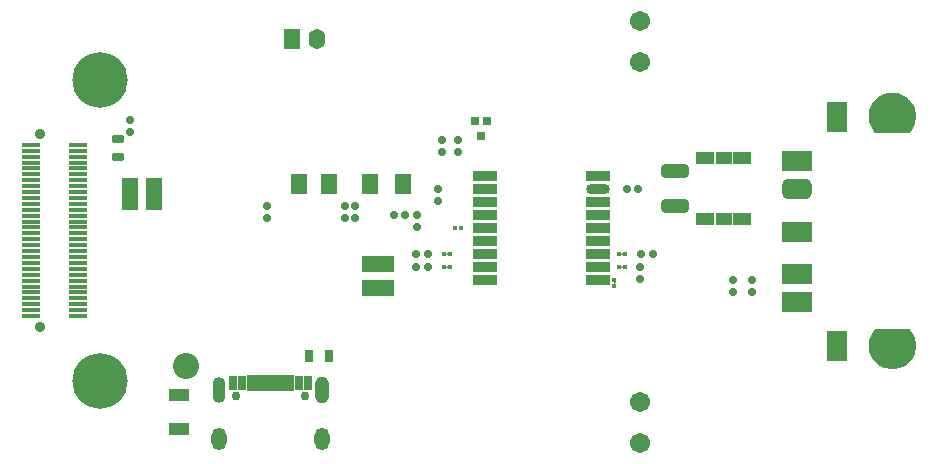
<source format=gbs>
G04*
G04 #@! TF.GenerationSoftware,Altium Limited,Altium Designer,22.2.1 (43)*
G04*
G04 Layer_Color=16711935*
%FSLAX44Y44*%
%MOMM*%
G71*
G04*
G04 #@! TF.SameCoordinates,32B94617-2C73-494B-87D1-3967A9C4A560*
G04*
G04*
G04 #@! TF.FilePolarity,Negative*
G04*
G01*
G75*
%ADD32C,0.2032*%
G04:AMPARAMS|DCode=33|XSize=0.7mm|YSize=0.6mm|CornerRadius=0.15mm|HoleSize=0mm|Usage=FLASHONLY|Rotation=0.000|XOffset=0mm|YOffset=0mm|HoleType=Round|Shape=RoundedRectangle|*
%AMROUNDEDRECTD33*
21,1,0.7000,0.3000,0,0,0.0*
21,1,0.4000,0.6000,0,0,0.0*
1,1,0.3000,0.2000,-0.1500*
1,1,0.3000,-0.2000,-0.1500*
1,1,0.3000,-0.2000,0.1500*
1,1,0.3000,0.2000,0.1500*
%
%ADD33ROUNDEDRECTD33*%
G04:AMPARAMS|DCode=36|XSize=0.7mm|YSize=0.6mm|CornerRadius=0.15mm|HoleSize=0mm|Usage=FLASHONLY|Rotation=90.000|XOffset=0mm|YOffset=0mm|HoleType=Round|Shape=RoundedRectangle|*
%AMROUNDEDRECTD36*
21,1,0.7000,0.3000,0,0,90.0*
21,1,0.4000,0.6000,0,0,90.0*
1,1,0.3000,0.1500,0.2000*
1,1,0.3000,0.1500,-0.2000*
1,1,0.3000,-0.1500,-0.2000*
1,1,0.3000,-0.1500,0.2000*
%
%ADD36ROUNDEDRECTD36*%
G04:AMPARAMS|DCode=38|XSize=0.4064mm|YSize=0.4064mm|CornerRadius=0.108mm|HoleSize=0mm|Usage=FLASHONLY|Rotation=180.000|XOffset=0mm|YOffset=0mm|HoleType=Round|Shape=RoundedRectangle|*
%AMROUNDEDRECTD38*
21,1,0.4064,0.1905,0,0,180.0*
21,1,0.1905,0.4064,0,0,180.0*
1,1,0.2159,-0.0953,0.0953*
1,1,0.2159,0.0953,0.0953*
1,1,0.2159,0.0953,-0.0953*
1,1,0.2159,-0.0953,-0.0953*
%
%ADD38ROUNDEDRECTD38*%
G04:AMPARAMS|DCode=39|XSize=1mm|YSize=0.7mm|CornerRadius=0.17mm|HoleSize=0mm|Usage=FLASHONLY|Rotation=180.000|XOffset=0mm|YOffset=0mm|HoleType=Round|Shape=RoundedRectangle|*
%AMROUNDEDRECTD39*
21,1,1.0000,0.3600,0,0,180.0*
21,1,0.6600,0.7000,0,0,180.0*
1,1,0.3400,-0.3300,0.1800*
1,1,0.3400,0.3300,0.1800*
1,1,0.3400,0.3300,-0.1800*
1,1,0.3400,-0.3300,-0.1800*
%
%ADD39ROUNDEDRECTD39*%
%ADD41R,0.7033X0.8032*%
G04:AMPARAMS|DCode=47|XSize=0.4064mm|YSize=0.4064mm|CornerRadius=0.108mm|HoleSize=0mm|Usage=FLASHONLY|Rotation=270.000|XOffset=0mm|YOffset=0mm|HoleType=Round|Shape=RoundedRectangle|*
%AMROUNDEDRECTD47*
21,1,0.4064,0.1905,0,0,270.0*
21,1,0.1905,0.4064,0,0,270.0*
1,1,0.2159,-0.0953,-0.0953*
1,1,0.2159,-0.0953,0.0953*
1,1,0.2159,0.0953,0.0953*
1,1,0.2159,0.0953,-0.0953*
%
%ADD47ROUNDEDRECTD47*%
%ADD48C,1.7033*%
%ADD49C,2.7286*%
%ADD50C,4.7032*%
%ADD51O,1.1000X2.2001*%
%ADD52O,1.3033X1.9032*%
%ADD53C,0.7500*%
%ADD54O,1.2032X2.3033*%
%ADD55C,0.8732*%
%ADD98R,2.7432X1.4531*%
%ADD99R,0.8032X1.0032*%
%ADD100R,1.7032X2.5032*%
%ADD101R,2.5032X1.7032*%
G04:AMPARAMS|DCode=102|XSize=1.7032mm|YSize=2.5032mm|CornerRadius=0.4766mm|HoleSize=0mm|Usage=FLASHONLY|Rotation=90.000|XOffset=0mm|YOffset=0mm|HoleType=Round|Shape=RoundedRectangle|*
%AMROUNDEDRECTD102*
21,1,1.7032,1.5500,0,0,90.0*
21,1,0.7500,2.5032,0,0,90.0*
1,1,0.9532,0.7750,0.3750*
1,1,0.9532,0.7750,-0.3750*
1,1,0.9532,-0.7750,-0.3750*
1,1,0.9532,-0.7750,0.3750*
%
%ADD102ROUNDEDRECTD102*%
%ADD103C,2.2032*%
%ADD104R,1.6032X1.0032*%
%ADD105R,1.4532X1.0032*%
%ADD106R,1.8000X1.0000*%
%ADD107R,1.5032X0.4532*%
%ADD108R,1.4032X1.7032*%
%ADD109O,1.4032X1.7032*%
%ADD110R,2.0032X0.9032*%
%ADD111O,2.0032X0.9032*%
G04:AMPARAMS|DCode=112|XSize=1.15mm|YSize=2.35mm|CornerRadius=0.3125mm|HoleSize=0mm|Usage=FLASHONLY|Rotation=90.000|XOffset=0mm|YOffset=0mm|HoleType=Round|Shape=RoundedRectangle|*
%AMROUNDEDRECTD112*
21,1,1.1500,1.7250,0,0,90.0*
21,1,0.5250,2.3500,0,0,90.0*
1,1,0.6250,0.8625,0.2625*
1,1,0.6250,0.8625,-0.2625*
1,1,0.6250,-0.8625,-0.2625*
1,1,0.6250,-0.8625,0.2625*
%
%ADD112ROUNDEDRECTD112*%
%ADD113R,1.4531X2.7432*%
%ADD114R,0.7000X1.2999*%
%ADD115R,0.5032X1.4031*%
G36*
X685072Y44475D02*
X685089Y44475D01*
X685139Y44471D01*
X685189Y44467D01*
X685205Y44464D01*
X685221Y44462D01*
X685270Y44451D01*
X685320Y44441D01*
X685335Y44436D01*
X685351Y44432D01*
X685398Y44415D01*
X685446Y44398D01*
X685461Y44391D01*
X685476Y44386D01*
X685520Y44362D01*
X685565Y44340D01*
X685579Y44331D01*
X685593Y44323D01*
X685634Y44293D01*
X685676Y44266D01*
X685688Y44255D01*
X685702Y44246D01*
X685738Y44211D01*
X685776Y44178D01*
X685787Y44166D01*
X685799Y44155D01*
X686424Y43488D01*
X686456Y43450D01*
X686488Y43413D01*
X687606Y41966D01*
X687633Y41926D01*
X687662Y41886D01*
X688635Y40338D01*
X688658Y40295D01*
X688683Y40253D01*
X689503Y38618D01*
X689522Y38573D01*
X689543Y38529D01*
X690202Y36823D01*
X690217Y36777D01*
X690233Y36730D01*
X690726Y34970D01*
X690736Y34921D01*
X690748Y34874D01*
X691069Y33074D01*
X691074Y33025D01*
X691081Y32977D01*
X691228Y31154D01*
X691229Y31106D01*
X691232Y31056D01*
X691203Y29228D01*
X691199Y29179D01*
X691197Y29130D01*
X690992Y27313D01*
X690984Y27265D01*
X690977Y27217D01*
X690599Y25428D01*
X690586Y25380D01*
X690574Y25333D01*
X690026Y23588D01*
X690008Y23543D01*
X689992Y23496D01*
X689279Y21813D01*
X689258Y21769D01*
X689237Y21724D01*
X688366Y20117D01*
X688339Y20075D01*
X688315Y20033D01*
X687293Y18517D01*
X687263Y18478D01*
X687235Y18438D01*
X686072Y17027D01*
X686039Y16991D01*
X686006Y16954D01*
X685360Y16308D01*
X685360Y16307D01*
X684700Y15647D01*
X684662Y15614D01*
X684626Y15580D01*
X683183Y14395D01*
X683143Y14366D01*
X683103Y14336D01*
X681551Y13298D01*
X681507Y13273D01*
X681465Y13246D01*
X679818Y12366D01*
X679773Y12345D01*
X679728Y12323D01*
X678003Y11608D01*
X677956Y11592D01*
X677909Y11574D01*
X676122Y11032D01*
X676074Y11020D01*
X676025Y11007D01*
X674194Y10643D01*
X674145Y10636D01*
X674095Y10628D01*
X672237Y10445D01*
X672187Y10443D01*
X672137Y10440D01*
X670270Y10439D01*
X670220Y10443D01*
X670170Y10444D01*
X668312Y10627D01*
X668262Y10635D01*
X668213Y10642D01*
X666382Y11006D01*
X666333Y11019D01*
X666285Y11030D01*
X664498Y11572D01*
X664451Y11589D01*
X664404Y11605D01*
X662679Y12320D01*
X662634Y12342D01*
X662588Y12363D01*
X660941Y13243D01*
X660899Y13269D01*
X660856Y13294D01*
X659303Y14331D01*
X659264Y14362D01*
X659223Y14391D01*
X657779Y15575D01*
X657743Y15609D01*
X657705Y15642D01*
X657045Y16303D01*
X657045Y16303D01*
X656398Y16949D01*
X656366Y16986D01*
X656333Y17022D01*
X655170Y18433D01*
X655141Y18473D01*
X655111Y18512D01*
X654089Y20028D01*
X654064Y20071D01*
X654038Y20112D01*
X653167Y21720D01*
X653146Y21764D01*
X653124Y21808D01*
X652411Y23492D01*
X652395Y23538D01*
X652377Y23584D01*
X651829Y25329D01*
X651817Y25376D01*
X651804Y25423D01*
X651425Y27213D01*
X651419Y27262D01*
X651410Y27309D01*
X651205Y29127D01*
X651203Y29175D01*
X651199Y29224D01*
X651170Y31053D01*
X651172Y31102D01*
X651173Y31151D01*
X651320Y32974D01*
X651327Y33022D01*
X651332Y33071D01*
X651653Y34871D01*
X651665Y34919D01*
X651675Y34967D01*
X652167Y36728D01*
X652184Y36775D01*
X652198Y36821D01*
X652858Y38527D01*
X652878Y38572D01*
X652897Y38617D01*
X653717Y40251D01*
X653742Y40293D01*
X653765Y40337D01*
X654739Y41885D01*
X654767Y41925D01*
X654795Y41965D01*
X655912Y43413D01*
X655945Y43450D01*
X655976Y43488D01*
X656601Y44155D01*
X656613Y44166D01*
X656624Y44178D01*
X656662Y44211D01*
X656699Y44245D01*
X656712Y44255D01*
X656724Y44266D01*
X656766Y44293D01*
X656807Y44323D01*
X656821Y44331D01*
X656835Y44340D01*
X656880Y44362D01*
X656924Y44386D01*
X656940Y44391D01*
X656954Y44398D01*
X657002Y44415D01*
X657049Y44432D01*
X657065Y44436D01*
X657080Y44441D01*
X657130Y44451D01*
X657179Y44462D01*
X657195Y44464D01*
X657211Y44467D01*
X657261Y44471D01*
X657311Y44475D01*
X657328Y44475D01*
X657344Y44476D01*
X685056D01*
X685072Y44475D01*
D02*
G37*
G36*
X672180Y244473D02*
X672230Y244471D01*
X674088Y244288D01*
X674138Y244280D01*
X674187Y244273D01*
X676019Y243909D01*
X676067Y243897D01*
X676115Y243885D01*
X677902Y243343D01*
X677949Y243326D01*
X677996Y243310D01*
X679722Y242595D01*
X679766Y242573D01*
X679812Y242553D01*
X681459Y241672D01*
X681501Y241646D01*
X681544Y241621D01*
X683097Y240584D01*
X683137Y240553D01*
X683177Y240524D01*
X684621Y239340D01*
X684657Y239306D01*
X684695Y239273D01*
X685355Y238612D01*
X685355Y238612D01*
X686002Y237966D01*
X686034Y237929D01*
X686067Y237893D01*
X687231Y236482D01*
X687259Y236442D01*
X687289Y236404D01*
X688311Y234887D01*
X688336Y234845D01*
X688362Y234803D01*
X689234Y233195D01*
X689254Y233151D01*
X689276Y233107D01*
X689989Y231423D01*
X690005Y231377D01*
X690023Y231331D01*
X690572Y229587D01*
X690583Y229539D01*
X690596Y229492D01*
X690975Y227703D01*
X690982Y227654D01*
X690990Y227606D01*
X691195Y225788D01*
X691197Y225740D01*
X691201Y225691D01*
X691230Y223862D01*
X691228Y223813D01*
X691227Y223764D01*
X691080Y221941D01*
X691073Y221893D01*
X691068Y221844D01*
X690747Y220044D01*
X690735Y219996D01*
X690725Y219948D01*
X690233Y218187D01*
X690216Y218140D01*
X690202Y218094D01*
X689542Y216388D01*
X689522Y216343D01*
X689503Y216299D01*
X688683Y214664D01*
X688658Y214622D01*
X688635Y214579D01*
X687662Y213030D01*
X687633Y212991D01*
X687606Y212950D01*
X686488Y211502D01*
X686456Y211465D01*
X686424Y211428D01*
X685799Y210761D01*
X685787Y210749D01*
X685776Y210737D01*
X685739Y210704D01*
X685702Y210670D01*
X685688Y210660D01*
X685676Y210650D01*
X685634Y210622D01*
X685593Y210592D01*
X685579Y210585D01*
X685565Y210576D01*
X685520Y210553D01*
X685476Y210530D01*
X685461Y210524D01*
X685446Y210517D01*
X685398Y210500D01*
X685351Y210483D01*
X685335Y210479D01*
X685320Y210474D01*
X685270Y210464D01*
X685221Y210453D01*
X685205Y210451D01*
X685189Y210448D01*
X685139Y210445D01*
X685089Y210440D01*
X685072Y210440D01*
X685056Y210439D01*
X657344Y210439D01*
X657328Y210440D01*
X657311Y210440D01*
X657297Y210441D01*
X657283Y210441D01*
X657246Y210446D01*
X657211Y210448D01*
X657195Y210451D01*
X657179Y210453D01*
X657165Y210456D01*
X657151Y210458D01*
X657115Y210467D01*
X657080Y210474D01*
X657065Y210479D01*
X657049Y210483D01*
X657036Y210488D01*
X657022Y210491D01*
X656988Y210505D01*
X656954Y210517D01*
X656940Y210524D01*
X656925Y210529D01*
X656912Y210536D01*
X656898Y210542D01*
X656866Y210560D01*
X656835Y210576D01*
X656822Y210584D01*
X656807Y210592D01*
X656795Y210600D01*
X656783Y210608D01*
X656753Y210630D01*
X656724Y210650D01*
X656712Y210660D01*
X656699Y210670D01*
X656688Y210679D01*
X656677Y210688D01*
X656650Y210714D01*
X656624Y210737D01*
X656614Y210749D01*
X656601Y210760D01*
X655976Y211427D01*
X655945Y211465D01*
X655912Y211502D01*
X654795Y212949D01*
X654768Y212989D01*
X654739Y213029D01*
X653765Y214577D01*
X653742Y214620D01*
X653717Y214662D01*
X652897Y216297D01*
X652878Y216342D01*
X652857Y216386D01*
X652198Y218092D01*
X652183Y218138D01*
X652167Y218185D01*
X651674Y219946D01*
X651664Y219994D01*
X651653Y220041D01*
X651331Y221841D01*
X651326Y221890D01*
X651319Y221938D01*
X651172Y223761D01*
X651171Y223810D01*
X651169Y223859D01*
X651197Y225687D01*
X651201Y225736D01*
X651204Y225785D01*
X651408Y227602D01*
X651416Y227650D01*
X651423Y227698D01*
X651801Y229488D01*
X651815Y229535D01*
X651826Y229582D01*
X652374Y231327D01*
X652392Y231372D01*
X652408Y231419D01*
X653121Y233102D01*
X653143Y233146D01*
X653163Y233191D01*
X654035Y234798D01*
X654061Y234840D01*
X654085Y234882D01*
X655107Y236399D01*
X655137Y236437D01*
X655165Y236477D01*
X656328Y237888D01*
X656361Y237924D01*
X656394Y237961D01*
X657040Y238608D01*
X657040Y238608D01*
X657700Y239268D01*
X657738Y239301D01*
X657774Y239335D01*
X659217Y240520D01*
X659258Y240549D01*
X659297Y240579D01*
X660850Y241617D01*
X660893Y241642D01*
X660935Y241669D01*
X662582Y242549D01*
X662627Y242570D01*
X662672Y242592D01*
X664397Y243307D01*
X664444Y243323D01*
X664491Y243341D01*
X666278Y243883D01*
X666326Y243895D01*
X666375Y243908D01*
X668206Y244272D01*
X668255Y244279D01*
X668305Y244287D01*
X670163Y244471D01*
X670213Y244472D01*
X670263Y244475D01*
X672130Y244476D01*
X672180Y244473D01*
D02*
G37*
D32*
X442500Y96988D02*
G03*
X442500Y96988I-254J0D01*
G01*
Y107988D02*
G03*
X442500Y107988I-254J0D01*
G01*
X294194Y96948D02*
G03*
X294194Y96948I-254J0D01*
G01*
Y107988D02*
G03*
X294194Y107988I-254J0D01*
G01*
X436134Y83738D02*
G03*
X436134Y83738I-254J0D01*
G01*
D33*
X208124Y138544D02*
D03*
X216380D02*
D03*
X536381Y75679D02*
D03*
Y85679D02*
D03*
X552520Y75679D02*
D03*
Y85679D02*
D03*
X286720Y152964D02*
D03*
Y162964D02*
D03*
X208124Y148544D02*
D03*
X141750Y138544D02*
D03*
Y148544D02*
D03*
X303029Y194238D02*
D03*
Y204238D02*
D03*
X268612Y140992D02*
D03*
Y130992D02*
D03*
X289694Y194238D02*
D03*
Y204238D02*
D03*
X216380Y148544D02*
D03*
X457740Y96938D02*
D03*
Y86938D02*
D03*
X25950Y211328D02*
D03*
Y221328D02*
D03*
D36*
X268070Y96988D02*
D03*
Y107988D02*
D03*
X458120D02*
D03*
X468120D02*
D03*
X278070Y96988D02*
D03*
Y107988D02*
D03*
X248890Y140988D02*
D03*
X258890D02*
D03*
X446131Y163055D02*
D03*
X456131D02*
D03*
D38*
X439869Y96988D02*
D03*
X444933D02*
D03*
X439869Y107988D02*
D03*
X444933D02*
D03*
X296317Y96948D02*
D03*
X291253D02*
D03*
X296317Y107988D02*
D03*
X291253D02*
D03*
X306296Y129944D02*
D03*
X301232D02*
D03*
D39*
X15481Y205439D02*
D03*
Y190439D02*
D03*
D41*
X327842Y220851D02*
D03*
X317840D02*
D03*
X322841Y207851D02*
D03*
D47*
X435880Y86114D02*
D03*
Y81051D02*
D03*
D48*
X457483Y-16975D02*
D03*
Y-51976D02*
D03*
Y270184D02*
D03*
Y305185D02*
D03*
D49*
X671200Y30458D02*
D03*
Y224457D02*
D03*
D50*
X0Y255258D02*
D03*
Y0D02*
D03*
D51*
X101488Y-7055D02*
D03*
D52*
Y-48855D02*
D03*
X187990D02*
D03*
D53*
X115839Y-12056D02*
D03*
X173639D02*
D03*
D54*
X187990Y-7055D02*
D03*
D55*
X-50405Y45897D02*
D03*
Y209897D02*
D03*
D98*
X236075Y99332D02*
D03*
Y79332D02*
D03*
D99*
X177100Y21500D02*
D03*
X194100D02*
D03*
D100*
X624265Y223700D02*
D03*
Y29640D02*
D03*
D101*
X590735Y186620D02*
D03*
Y126920D02*
D03*
Y90920D02*
D03*
Y67220D02*
D03*
D102*
Y162920D02*
D03*
D103*
X72750Y12740D02*
D03*
D104*
X543840Y137240D02*
D03*
X512740D02*
D03*
X543840Y189060D02*
D03*
X512740D02*
D03*
D105*
X528290Y137240D02*
D03*
Y189060D02*
D03*
D106*
X67582Y-11302D02*
D03*
Y-40302D02*
D03*
D107*
X-57905Y125397D02*
D03*
Y120397D02*
D03*
X-17905Y155397D02*
D03*
Y160397D02*
D03*
Y170397D02*
D03*
Y180397D02*
D03*
Y190397D02*
D03*
Y200397D02*
D03*
Y165397D02*
D03*
Y175397D02*
D03*
Y185397D02*
D03*
Y195397D02*
D03*
X-57905Y160397D02*
D03*
Y170397D02*
D03*
Y180397D02*
D03*
Y190397D02*
D03*
Y200397D02*
D03*
Y195397D02*
D03*
Y185397D02*
D03*
Y155397D02*
D03*
Y165397D02*
D03*
Y175397D02*
D03*
X-17905Y150397D02*
D03*
X-57905Y150397D02*
D03*
Y75397D02*
D03*
Y70397D02*
D03*
Y65397D02*
D03*
Y60397D02*
D03*
Y55397D02*
D03*
X-17905Y60397D02*
D03*
Y65397D02*
D03*
Y70397D02*
D03*
Y75397D02*
D03*
Y80397D02*
D03*
Y85397D02*
D03*
Y90397D02*
D03*
Y95397D02*
D03*
Y100397D02*
D03*
Y105397D02*
D03*
Y110397D02*
D03*
Y120397D02*
D03*
Y130397D02*
D03*
Y140397D02*
D03*
Y115397D02*
D03*
Y125397D02*
D03*
Y135397D02*
D03*
Y145397D02*
D03*
X-57905Y80397D02*
D03*
Y90397D02*
D03*
Y100397D02*
D03*
Y110397D02*
D03*
Y130397D02*
D03*
Y140397D02*
D03*
Y145397D02*
D03*
Y135397D02*
D03*
X-17905Y55397D02*
D03*
X-57905Y85397D02*
D03*
Y95397D02*
D03*
Y105397D02*
D03*
Y115397D02*
D03*
D108*
X257170Y167144D02*
D03*
X229170D02*
D03*
X194170D02*
D03*
X169170D02*
D03*
X163170Y290144D02*
D03*
D109*
X184170D02*
D03*
D110*
X422280Y173988D02*
D03*
Y151988D02*
D03*
Y140988D02*
D03*
Y129988D02*
D03*
Y118988D02*
D03*
Y107988D02*
D03*
Y96988D02*
D03*
Y85988D02*
D03*
X326280Y173988D02*
D03*
Y162988D02*
D03*
Y151988D02*
D03*
Y140988D02*
D03*
Y129988D02*
D03*
Y118988D02*
D03*
Y107988D02*
D03*
Y96988D02*
D03*
Y85988D02*
D03*
D111*
X422280Y162988D02*
D03*
D112*
X487003Y177896D02*
D03*
Y148396D02*
D03*
D113*
X46061Y158469D02*
D03*
X26061D02*
D03*
D114*
X112740Y-1406D02*
D03*
X120739D02*
D03*
X168739D02*
D03*
X176738D02*
D03*
D115*
X127238D02*
D03*
X132240D02*
D03*
X137238D02*
D03*
X142240D02*
D03*
X147238D02*
D03*
X152240D02*
D03*
X157238D02*
D03*
X162240D02*
D03*
M02*

</source>
